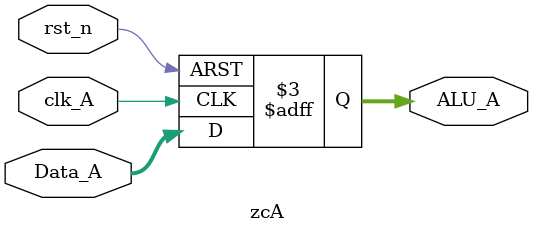
<source format=v>
`timescale 1ns / 1ps
module zcA(rst_n,Data_A,clk_A,ALU_A);//AÔÝ´æÆ÷
   input rst_n;
   input [31:0]Data_A;
   input clk_A;
   output reg [31:0]ALU_A;
   always@(negedge rst_n or posedge clk_A)
   begin 
      if(!rst_n)
         ALU_A<=32'b0;
      else
         ALU_A<=Data_A;
   end
endmodule

</source>
